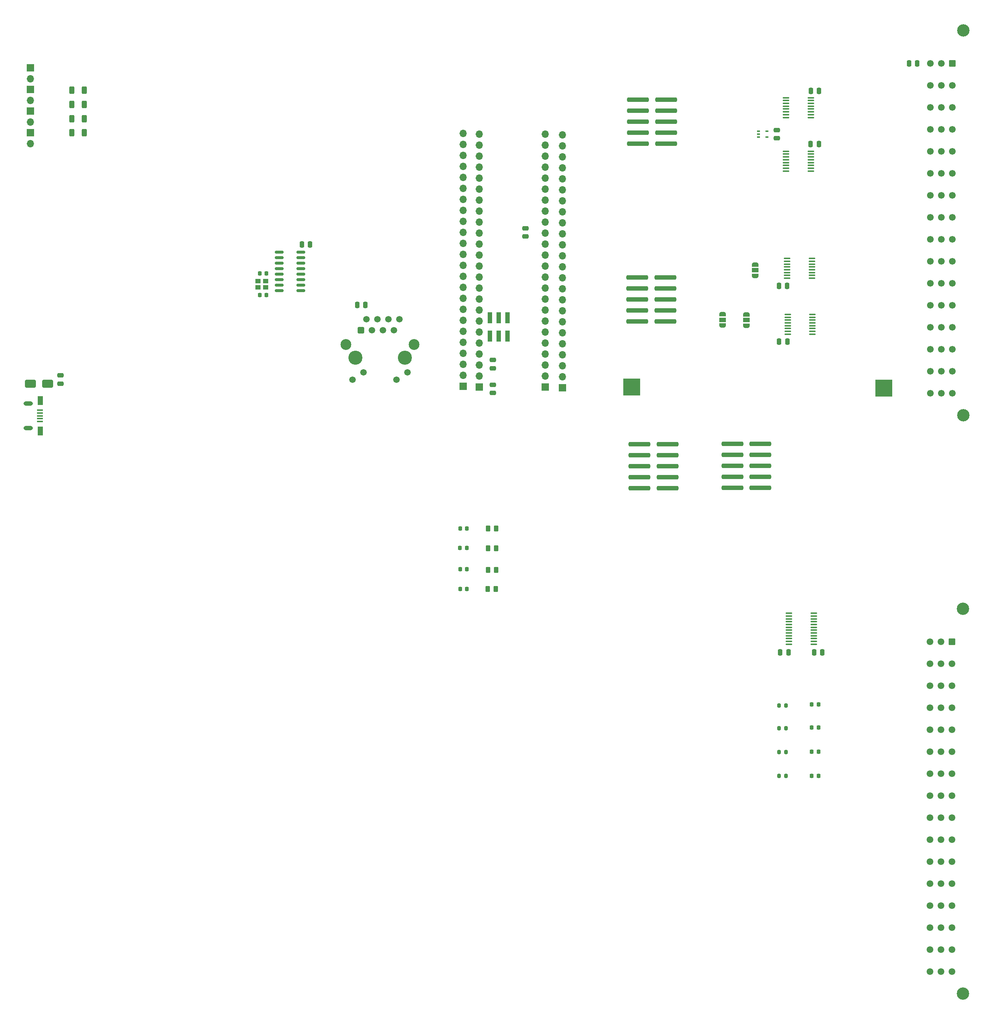
<source format=gbr>
%TF.GenerationSoftware,KiCad,Pcbnew,8.0.4-8.0.4-0~ubuntu24.04.1*%
%TF.CreationDate,2024-08-16T04:23:47+00:00*%
%TF.ProjectId,MDCL,4d44434c-2e6b-4696-9361-645f70636258,0.2*%
%TF.SameCoordinates,Original*%
%TF.FileFunction,Soldermask,Top*%
%TF.FilePolarity,Negative*%
%FSLAX46Y46*%
G04 Gerber Fmt 4.6, Leading zero omitted, Abs format (unit mm)*
G04 Created by KiCad (PCBNEW 8.0.4-8.0.4-0~ubuntu24.04.1) date 2024-08-16 04:23:47*
%MOMM*%
%LPD*%
G01*
G04 APERTURE LIST*
G04 Aperture macros list*
%AMRoundRect*
0 Rectangle with rounded corners*
0 $1 Rounding radius*
0 $2 $3 $4 $5 $6 $7 $8 $9 X,Y pos of 4 corners*
0 Add a 4 corners polygon primitive as box body*
4,1,4,$2,$3,$4,$5,$6,$7,$8,$9,$2,$3,0*
0 Add four circle primitives for the rounded corners*
1,1,$1+$1,$2,$3*
1,1,$1+$1,$4,$5*
1,1,$1+$1,$6,$7*
1,1,$1+$1,$8,$9*
0 Add four rect primitives between the rounded corners*
20,1,$1+$1,$2,$3,$4,$5,0*
20,1,$1+$1,$4,$5,$6,$7,0*
20,1,$1+$1,$6,$7,$8,$9,0*
20,1,$1+$1,$8,$9,$2,$3,0*%
%AMFreePoly0*
4,1,19,0.550000,-0.750000,0.000000,-0.750000,0.000000,-0.744911,-0.071157,-0.744911,-0.207708,-0.704816,-0.327430,-0.627875,-0.420627,-0.520320,-0.479746,-0.390866,-0.500000,-0.250000,-0.500000,0.250000,-0.479746,0.390866,-0.420627,0.520320,-0.327430,0.627875,-0.207708,0.704816,-0.071157,0.744911,0.000000,0.744911,0.000000,0.750000,0.550000,0.750000,0.550000,-0.750000,0.550000,-0.750000,
$1*%
%AMFreePoly1*
4,1,19,0.000000,0.744911,0.071157,0.744911,0.207708,0.704816,0.327430,0.627875,0.420627,0.520320,0.479746,0.390866,0.500000,0.250000,0.500000,-0.250000,0.479746,-0.390866,0.420627,-0.520320,0.327430,-0.627875,0.207708,-0.704816,0.071157,-0.744911,0.000000,-0.744911,0.000000,-0.750000,-0.550000,-0.750000,-0.550000,0.750000,0.000000,0.750000,0.000000,0.744911,0.000000,0.744911,
$1*%
G04 Aperture macros list end*
%ADD10R,1.350000X0.400000*%
%ADD11R,1.200000X2.000000*%
%ADD12O,2.150000X1.040000*%
%ADD13RoundRect,0.218750X-0.218750X-0.256250X0.218750X-0.256250X0.218750X0.256250X-0.218750X0.256250X0*%
%ADD14RoundRect,0.250000X-0.475000X0.250000X-0.475000X-0.250000X0.475000X-0.250000X0.475000X0.250000X0*%
%ADD15RoundRect,0.100000X0.637500X0.100000X-0.637500X0.100000X-0.637500X-0.100000X0.637500X-0.100000X0*%
%ADD16RoundRect,0.200000X-0.200000X-0.275000X0.200000X-0.275000X0.200000X0.275000X-0.200000X0.275000X0*%
%ADD17RoundRect,0.250000X-0.250000X-0.475000X0.250000X-0.475000X0.250000X0.475000X-0.250000X0.475000X0*%
%ADD18RoundRect,0.255000X2.245000X0.255000X-2.245000X0.255000X-2.245000X-0.255000X2.245000X-0.255000X0*%
%ADD19RoundRect,0.255000X-2.245000X-0.255000X2.245000X-0.255000X2.245000X0.255000X-2.245000X0.255000X0*%
%ADD20R,1.700000X1.700000*%
%ADD21O,1.700000X1.700000*%
%ADD22FreePoly0,90.000000*%
%ADD23R,1.500000X1.000000*%
%ADD24FreePoly1,90.000000*%
%ADD25R,1.150000X1.000000*%
%ADD26RoundRect,0.100000X-0.637500X-0.100000X0.637500X-0.100000X0.637500X0.100000X-0.637500X0.100000X0*%
%ADD27RoundRect,0.250000X0.262500X0.450000X-0.262500X0.450000X-0.262500X-0.450000X0.262500X-0.450000X0*%
%ADD28R,1.000000X2.580000*%
%ADD29RoundRect,0.218750X0.218750X0.256250X-0.218750X0.256250X-0.218750X-0.256250X0.218750X-0.256250X0*%
%ADD30R,4.000000X4.000000*%
%ADD31C,2.850000*%
%ADD32C,1.550000*%
%ADD33RoundRect,0.249999X-0.525001X0.525001X-0.525001X-0.525001X0.525001X-0.525001X0.525001X0.525001X0*%
%ADD34RoundRect,0.150000X-0.850000X-0.150000X0.850000X-0.150000X0.850000X0.150000X-0.850000X0.150000X0*%
%ADD35RoundRect,0.250000X0.250000X0.475000X-0.250000X0.475000X-0.250000X-0.475000X0.250000X-0.475000X0*%
%ADD36RoundRect,0.250000X0.312500X0.625000X-0.312500X0.625000X-0.312500X-0.625000X0.312500X-0.625000X0*%
%ADD37RoundRect,0.250000X0.475000X-0.250000X0.475000X0.250000X-0.475000X0.250000X-0.475000X-0.250000X0*%
%ADD38RoundRect,0.100000X-0.225000X-0.100000X0.225000X-0.100000X0.225000X0.100000X-0.225000X0.100000X0*%
%ADD39RoundRect,0.225000X0.225000X0.250000X-0.225000X0.250000X-0.225000X-0.250000X0.225000X-0.250000X0*%
%ADD40RoundRect,0.250000X1.000000X0.650000X-1.000000X0.650000X-1.000000X-0.650000X1.000000X-0.650000X0*%
%ADD41C,3.250000*%
%ADD42RoundRect,0.250500X-0.499500X-0.499500X0.499500X-0.499500X0.499500X0.499500X-0.499500X0.499500X0*%
%ADD43C,1.500000*%
%ADD44C,2.500000*%
G04 APERTURE END LIST*
D10*
%TO.C,J4*%
X55725000Y-112600000D03*
X55725000Y-113250000D03*
X55725000Y-113900000D03*
X55725000Y-114550000D03*
X55725000Y-115200000D03*
D11*
X55800000Y-110400000D03*
D12*
X53050000Y-111075000D03*
X53050000Y-116725000D03*
D11*
X55800000Y-117400000D03*
%TD*%
D13*
%TO.C,D8*%
X152795000Y-144370000D03*
X154370000Y-144370000D03*
%TD*%
D14*
%TO.C,C7*%
X226000000Y-47870000D03*
X226000000Y-49770000D03*
%TD*%
D15*
%TO.C,U7*%
X234525000Y-166650000D03*
X234525000Y-166000000D03*
X234525000Y-165350000D03*
X234525000Y-164700000D03*
X234525000Y-164050000D03*
X234525000Y-163400000D03*
X234525000Y-162750000D03*
X234525000Y-162100000D03*
X234525000Y-161450000D03*
X234525000Y-160800000D03*
X234525000Y-160150000D03*
X234525000Y-159500000D03*
X228800000Y-159500000D03*
X228800000Y-160150000D03*
X228800000Y-160800000D03*
X228800000Y-161450000D03*
X228800000Y-162100000D03*
X228800000Y-162750000D03*
X228800000Y-163400000D03*
X228800000Y-164050000D03*
X228800000Y-164700000D03*
X228800000Y-165350000D03*
X228800000Y-166000000D03*
X228800000Y-166650000D03*
%TD*%
D13*
%TO.C,D9*%
X152832500Y-139900000D03*
X154407500Y-139900000D03*
%TD*%
D16*
%TO.C,R12*%
X226500000Y-197050000D03*
X228150000Y-197050000D03*
%TD*%
D17*
%TO.C,C20*%
X226800000Y-168500000D03*
X228700000Y-168500000D03*
%TD*%
D18*
%TO.C,J6*%
X200445000Y-50975000D03*
X193945000Y-50975000D03*
X200445000Y-48435000D03*
X193945000Y-48435000D03*
X200445000Y-45895000D03*
X193945000Y-45895000D03*
X200445000Y-43355000D03*
X193945000Y-43355000D03*
X200445000Y-40815000D03*
X193945000Y-40815000D03*
%TD*%
D19*
%TO.C,J10*%
X215725000Y-120340000D03*
X222225000Y-120340000D03*
X215725000Y-122880000D03*
X222225000Y-122880000D03*
X215725000Y-125420000D03*
X222225000Y-125420000D03*
X215725000Y-127960000D03*
X222225000Y-127960000D03*
X215725000Y-130500000D03*
X222225000Y-130500000D03*
%TD*%
%TO.C,J5*%
X194250000Y-120420000D03*
X200750000Y-120420000D03*
X194250000Y-122960000D03*
X200750000Y-122960000D03*
X194250000Y-125500000D03*
X200750000Y-125500000D03*
X194250000Y-128040000D03*
X200750000Y-128040000D03*
X194250000Y-130580000D03*
X200750000Y-130580000D03*
%TD*%
D20*
%TO.C,J13*%
X153500000Y-107100000D03*
D21*
X153500000Y-104560000D03*
X153500000Y-102020000D03*
X153500000Y-99480000D03*
X153500000Y-96940000D03*
X153500000Y-94400000D03*
X153500000Y-91860000D03*
X153500000Y-89320000D03*
X153500000Y-86780000D03*
X153500000Y-84240000D03*
X153500000Y-81700000D03*
X153500000Y-79160000D03*
X153500000Y-76620000D03*
X153500000Y-74080000D03*
X153500000Y-71540000D03*
X153500000Y-69000000D03*
X153500000Y-66460000D03*
X153500000Y-63920000D03*
X153500000Y-61380000D03*
X153500000Y-58840000D03*
X153500000Y-56300000D03*
X153500000Y-53760000D03*
X153500000Y-51220000D03*
X153500000Y-48680000D03*
%TD*%
D22*
%TO.C,JP2*%
X219000000Y-93050000D03*
D23*
X219000000Y-91750000D03*
D24*
X219000000Y-90450000D03*
%TD*%
D13*
%TO.C,D7*%
X152832500Y-149310000D03*
X154407500Y-149310000D03*
%TD*%
D22*
%TO.C,JP3*%
X213500000Y-93000000D03*
D23*
X213500000Y-91700000D03*
D24*
X213500000Y-90400000D03*
%TD*%
D20*
%TO.C,D4*%
X53525000Y-38480000D03*
D21*
X53525000Y-41020000D03*
%TD*%
D17*
%TO.C,C8*%
X233800000Y-51070000D03*
X235700000Y-51070000D03*
%TD*%
D25*
%TO.C,Y1*%
X107900000Y-82800000D03*
X106150000Y-82800000D03*
X106150000Y-84200000D03*
X107900000Y-84200000D03*
%TD*%
D16*
%TO.C,R11*%
X226500000Y-191540000D03*
X228150000Y-191540000D03*
%TD*%
D20*
%TO.C,J8*%
X172500000Y-107250000D03*
D21*
X172500000Y-104710000D03*
X172500000Y-102170000D03*
X172500000Y-99630000D03*
X172500000Y-97090000D03*
X172500000Y-94550000D03*
X172500000Y-92010000D03*
X172500000Y-89470000D03*
X172500000Y-86930000D03*
X172500000Y-84390000D03*
X172500000Y-81850000D03*
X172500000Y-79310000D03*
X172500000Y-76770000D03*
X172500000Y-74230000D03*
X172500000Y-71690000D03*
X172500000Y-69150000D03*
X172500000Y-66610000D03*
X172500000Y-64070000D03*
X172500000Y-61530000D03*
X172500000Y-58990000D03*
X172500000Y-56450000D03*
X172500000Y-53910000D03*
X172500000Y-51370000D03*
X172500000Y-48830000D03*
%TD*%
D26*
%TO.C,U2*%
X228162500Y-52770000D03*
X228162500Y-53420000D03*
X228162500Y-54070000D03*
X228162500Y-54720000D03*
X228162500Y-55370000D03*
X228162500Y-56020000D03*
X228162500Y-56670000D03*
X228162500Y-57320000D03*
X233887500Y-57320000D03*
X233887500Y-56670000D03*
X233887500Y-56020000D03*
X233887500Y-55370000D03*
X233887500Y-54720000D03*
X233887500Y-54070000D03*
X233887500Y-53420000D03*
X233887500Y-52770000D03*
%TD*%
%TO.C,U1*%
X228162500Y-40405000D03*
X228162500Y-41055000D03*
X228162500Y-41705000D03*
X228162500Y-42355000D03*
X228162500Y-43005000D03*
X228162500Y-43655000D03*
X228162500Y-44305000D03*
X228162500Y-44955000D03*
X233887500Y-44955000D03*
X233887500Y-44305000D03*
X233887500Y-43655000D03*
X233887500Y-43005000D03*
X233887500Y-42355000D03*
X233887500Y-41705000D03*
X233887500Y-41055000D03*
X233887500Y-40405000D03*
%TD*%
D27*
%TO.C,R8*%
X161120000Y-139900000D03*
X159295000Y-139900000D03*
%TD*%
%TO.C,R6*%
X161120000Y-149450000D03*
X159295000Y-149450000D03*
%TD*%
D28*
%TO.C,J11*%
X159750000Y-95420000D03*
X159750000Y-91250000D03*
X161750000Y-95420000D03*
X161750000Y-91250000D03*
X163750000Y-95420000D03*
X163750000Y-91250000D03*
%TD*%
D20*
%TO.C,J9*%
X157250000Y-107230000D03*
D21*
X157250000Y-104690000D03*
X157250000Y-102150000D03*
X157250000Y-99610000D03*
X157250000Y-97070000D03*
X157250000Y-94530000D03*
X157250000Y-91990000D03*
X157250000Y-89450000D03*
X157250000Y-86910000D03*
X157250000Y-84370000D03*
X157250000Y-81830000D03*
X157250000Y-79290000D03*
X157250000Y-76750000D03*
X157250000Y-74210000D03*
X157250000Y-71670000D03*
X157250000Y-69130000D03*
X157250000Y-66590000D03*
X157250000Y-64050000D03*
X157250000Y-61510000D03*
X157250000Y-58970000D03*
X157250000Y-56430000D03*
X157250000Y-53890000D03*
X157250000Y-51350000D03*
X157250000Y-48810000D03*
%TD*%
D29*
%TO.C,D10*%
X235650000Y-180550000D03*
X234075000Y-180550000D03*
%TD*%
D20*
%TO.C,J12*%
X176500000Y-107380000D03*
D21*
X176500000Y-104840000D03*
X176500000Y-102300000D03*
X176500000Y-99760000D03*
X176500000Y-97220000D03*
X176500000Y-94680000D03*
X176500000Y-92140000D03*
X176500000Y-89600000D03*
X176500000Y-87060000D03*
X176500000Y-84520000D03*
X176500000Y-81980000D03*
X176500000Y-79440000D03*
X176500000Y-76900000D03*
X176500000Y-74360000D03*
X176500000Y-71820000D03*
X176500000Y-69280000D03*
X176500000Y-66740000D03*
X176500000Y-64200000D03*
X176500000Y-61660000D03*
X176500000Y-59120000D03*
X176500000Y-56580000D03*
X176500000Y-54040000D03*
X176500000Y-51500000D03*
X176500000Y-48960000D03*
%TD*%
D20*
%TO.C,D2*%
X53525000Y-33480000D03*
D21*
X53525000Y-36020000D03*
%TD*%
D29*
%TO.C,D12*%
X235650000Y-191460000D03*
X234075000Y-191460000D03*
%TD*%
D30*
%TO.C,TP1*%
X192500000Y-107250000D03*
%TD*%
D31*
%TO.C,J1*%
X269079999Y-24880000D03*
X269079999Y-113780000D03*
D32*
X263999999Y-32500000D03*
X263999999Y-37580000D03*
X263999999Y-42660000D03*
X263999999Y-47740000D03*
X263999999Y-52820000D03*
X263999999Y-57900000D03*
X263999999Y-62980000D03*
X263999999Y-68060000D03*
X263999999Y-73140000D03*
X263999999Y-78220000D03*
X263999999Y-83300000D03*
X263999999Y-88380000D03*
X263999999Y-93460000D03*
X263999999Y-98540000D03*
X263999999Y-103620000D03*
X263999999Y-108700000D03*
X261459999Y-32500000D03*
X261459999Y-37580000D03*
X261459999Y-42660000D03*
X261459999Y-47740000D03*
X261459999Y-52820000D03*
X261459999Y-57900000D03*
X261459999Y-62980000D03*
X261459999Y-68060000D03*
X261459999Y-73140000D03*
X261459999Y-78220000D03*
X261459999Y-83300000D03*
X261459999Y-88380000D03*
X261459999Y-93460000D03*
X261459999Y-98540000D03*
X261459999Y-103620000D03*
X261459999Y-108700000D03*
D33*
X266539999Y-32500000D03*
D32*
X266539999Y-37580000D03*
X266539999Y-42660000D03*
X266539999Y-47740000D03*
X266539999Y-52820000D03*
X266539999Y-57900000D03*
X266539999Y-62980000D03*
X266539999Y-68060000D03*
X266539999Y-73140000D03*
X266539999Y-78220000D03*
X266539999Y-83300000D03*
X266539999Y-88380000D03*
X266539999Y-93460000D03*
X266539999Y-98540000D03*
X266539999Y-103620000D03*
X266539999Y-108700000D03*
%TD*%
D14*
%TO.C,C17*%
X160400000Y-101000000D03*
X160400000Y-102900000D03*
%TD*%
D27*
%TO.C,R5*%
X161032500Y-153900000D03*
X159207500Y-153900000D03*
%TD*%
D34*
%TO.C,U6*%
X111000000Y-76110000D03*
X111000000Y-77380000D03*
X111000000Y-78650000D03*
X111000000Y-79920000D03*
X111000000Y-81190000D03*
X111000000Y-82460000D03*
X111000000Y-83730000D03*
X111000000Y-85000000D03*
X116000000Y-85000000D03*
X116000000Y-83730000D03*
X116000000Y-82460000D03*
X116000000Y-81190000D03*
X116000000Y-79920000D03*
X116000000Y-78650000D03*
X116000000Y-77380000D03*
X116000000Y-76110000D03*
%TD*%
D31*
%TO.C,J2*%
X269040000Y-158420000D03*
X269040000Y-247320000D03*
D32*
X263960000Y-166040000D03*
X263960000Y-171120000D03*
X263960000Y-176200000D03*
X263960000Y-181280000D03*
X263960000Y-186360000D03*
X263960000Y-191440000D03*
X263960000Y-196520000D03*
X263960000Y-201600000D03*
X263960000Y-206680000D03*
X263960000Y-211760000D03*
X263960000Y-216840000D03*
X263960000Y-221920000D03*
X263960000Y-227000000D03*
X263960000Y-232080000D03*
X263960000Y-237160000D03*
X263960000Y-242240000D03*
X261420000Y-166040000D03*
X261420000Y-171120000D03*
X261420000Y-176200000D03*
X261420000Y-181280000D03*
X261420000Y-186360000D03*
X261420000Y-191440000D03*
X261420000Y-196520000D03*
X261420000Y-201600000D03*
X261420000Y-206680000D03*
X261420000Y-211760000D03*
X261420000Y-216840000D03*
X261420000Y-221920000D03*
X261420000Y-227000000D03*
X261420000Y-232080000D03*
X261420000Y-237160000D03*
X261420000Y-242240000D03*
D33*
X266500000Y-166040000D03*
D32*
X266500000Y-171120000D03*
X266500000Y-176200000D03*
X266500000Y-181280000D03*
X266500000Y-186360000D03*
X266500000Y-191440000D03*
X266500000Y-196520000D03*
X266500000Y-201600000D03*
X266500000Y-206680000D03*
X266500000Y-211760000D03*
X266500000Y-216840000D03*
X266500000Y-221920000D03*
X266500000Y-227000000D03*
X266500000Y-232080000D03*
X266500000Y-237160000D03*
X266500000Y-242240000D03*
%TD*%
D35*
%TO.C,C18*%
X258450000Y-32500000D03*
X256550000Y-32500000D03*
%TD*%
D36*
%TO.C,R1*%
X66000000Y-38630000D03*
X63075000Y-38630000D03*
%TD*%
D13*
%TO.C,D3*%
X152832500Y-153900000D03*
X154407500Y-153900000D03*
%TD*%
D16*
%TO.C,R9*%
X226500000Y-180790000D03*
X228150000Y-180790000D03*
%TD*%
D37*
%TO.C,C11*%
X60500000Y-106450000D03*
X60500000Y-104550000D03*
%TD*%
%TO.C,C2*%
X160350000Y-108600000D03*
X160350000Y-106700000D03*
%TD*%
D36*
%TO.C,R2*%
X66000000Y-41920000D03*
X63075000Y-41920000D03*
%TD*%
D38*
%TO.C,U5*%
X221800000Y-48170000D03*
X221800000Y-48820000D03*
X221800000Y-49470000D03*
X223700000Y-49470000D03*
X223700000Y-48170000D03*
%TD*%
D39*
%TO.C,C14*%
X108050000Y-81000000D03*
X106500000Y-81000000D03*
%TD*%
D35*
%TO.C,C4*%
X228450000Y-96750000D03*
X226550000Y-96750000D03*
%TD*%
D40*
%TO.C,D1*%
X57500000Y-106500000D03*
X53500000Y-106500000D03*
%TD*%
D17*
%TO.C,C16*%
X116250000Y-74250000D03*
X118150000Y-74250000D03*
%TD*%
D36*
%TO.C,R3*%
X66000000Y-45210000D03*
X63075000Y-45210000D03*
%TD*%
D39*
%TO.C,C10*%
X108050000Y-86000000D03*
X106500000Y-86000000D03*
%TD*%
D35*
%TO.C,C1*%
X130950000Y-88250000D03*
X129050000Y-88250000D03*
%TD*%
D15*
%TO.C,U4*%
X234250000Y-95000000D03*
X234250000Y-94350000D03*
X234250000Y-93700000D03*
X234250000Y-93050000D03*
X234250000Y-92400000D03*
X234250000Y-91750000D03*
X234250000Y-91100000D03*
X234250000Y-90450000D03*
X228525000Y-90450000D03*
X228525000Y-91100000D03*
X228525000Y-91750000D03*
X228525000Y-92400000D03*
X228525000Y-93050000D03*
X228525000Y-93700000D03*
X228525000Y-94350000D03*
X228525000Y-95000000D03*
%TD*%
D30*
%TO.C,TP2*%
X250750000Y-107500000D03*
%TD*%
D29*
%TO.C,D13*%
X235650000Y-197050000D03*
X234075000Y-197050000D03*
%TD*%
D20*
%TO.C,D5*%
X53525000Y-43480000D03*
D21*
X53525000Y-46020000D03*
%TD*%
D27*
%TO.C,R7*%
X161120000Y-144500000D03*
X159295000Y-144500000D03*
%TD*%
D16*
%TO.C,R10*%
X226500000Y-186030000D03*
X228150000Y-186030000D03*
%TD*%
D35*
%TO.C,C6*%
X228400000Y-83820000D03*
X226500000Y-83820000D03*
%TD*%
D18*
%TO.C,J7*%
X200250000Y-92080000D03*
X193750000Y-92080000D03*
X200250000Y-89540000D03*
X193750000Y-89540000D03*
X200250000Y-87000000D03*
X193750000Y-87000000D03*
X200250000Y-84460000D03*
X193750000Y-84460000D03*
X200250000Y-81920000D03*
X193750000Y-81920000D03*
%TD*%
D22*
%TO.C,JP1*%
X221000000Y-81550000D03*
D23*
X221000000Y-80250000D03*
D24*
X221000000Y-78950000D03*
%TD*%
D35*
%TO.C,C5*%
X236500000Y-168500000D03*
X234600000Y-168500000D03*
%TD*%
D20*
%TO.C,D6*%
X53525000Y-48480000D03*
D21*
X53525000Y-51020000D03*
%TD*%
D37*
%TO.C,C19*%
X167950000Y-72450000D03*
X167950000Y-70550000D03*
%TD*%
D41*
%TO.C,J3*%
X128610000Y-100420000D03*
X140040000Y-100420000D03*
D42*
X129880000Y-94070000D03*
D43*
X131150000Y-91530000D03*
X132420000Y-94070000D03*
X133690000Y-91530000D03*
X134960000Y-94070000D03*
X136230000Y-91530000D03*
X137500000Y-94070000D03*
X138770000Y-91530000D03*
X128000000Y-105500000D03*
X130540000Y-103800000D03*
X138110000Y-105500000D03*
X140650000Y-103800000D03*
D44*
X126450000Y-97370000D03*
X142200000Y-97370000D03*
%TD*%
D15*
%TO.C,U3*%
X234112500Y-82095000D03*
X234112500Y-81445000D03*
X234112500Y-80795000D03*
X234112500Y-80145000D03*
X234112500Y-79495000D03*
X234112500Y-78845000D03*
X234112500Y-78195000D03*
X234112500Y-77545000D03*
X228387500Y-77545000D03*
X228387500Y-78195000D03*
X228387500Y-78845000D03*
X228387500Y-79495000D03*
X228387500Y-80145000D03*
X228387500Y-80795000D03*
X228387500Y-81445000D03*
X228387500Y-82095000D03*
%TD*%
D29*
%TO.C,D11*%
X235650000Y-185870000D03*
X234075000Y-185870000D03*
%TD*%
D36*
%TO.C,R4*%
X66000000Y-48500000D03*
X63075000Y-48500000D03*
%TD*%
D17*
%TO.C,C9*%
X233850000Y-38820000D03*
X235750000Y-38820000D03*
%TD*%
M02*

</source>
